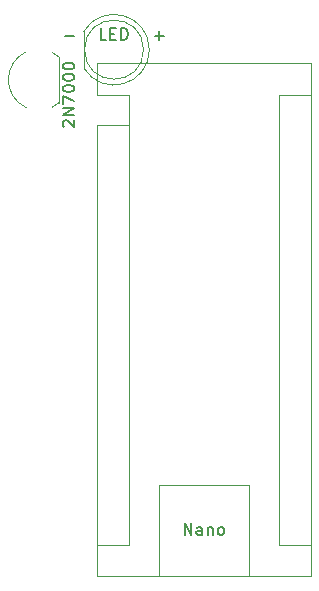
<source format=gto>
%TF.GenerationSoftware,KiCad,Pcbnew,(5.1.12)-1*%
%TF.CreationDate,2022-02-13T14:19:26+09:00*%
%TF.ProjectId,IRButton,49524275-7474-46f6-9e2e-6b696361645f,rev?*%
%TF.SameCoordinates,Original*%
%TF.FileFunction,Legend,Top*%
%TF.FilePolarity,Positive*%
%FSLAX46Y46*%
G04 Gerber Fmt 4.6, Leading zero omitted, Abs format (unit mm)*
G04 Created by KiCad (PCBNEW (5.1.12)-1) date 2022-02-13 14:19:26*
%MOMM*%
%LPD*%
G01*
G04 APERTURE LIST*
%ADD10C,0.150000*%
%ADD11C,0.120000*%
G04 APERTURE END LIST*
D10*
X49149047Y-77541428D02*
X49910952Y-77541428D01*
X56769047Y-77541428D02*
X57530952Y-77541428D01*
X57150000Y-77922380D02*
X57150000Y-77160476D01*
D11*
X64770000Y-115570000D02*
X64770000Y-123190000D01*
X57150000Y-115570000D02*
X64770000Y-115570000D01*
X57150000Y-123190000D02*
X57150000Y-115570000D01*
%TO.C,Nano*%
X69980000Y-79880000D02*
X51940000Y-79880000D01*
X69980000Y-123320000D02*
X69980000Y-79880000D01*
X51940000Y-123320000D02*
X69980000Y-123320000D01*
X54610000Y-120650000D02*
X51940000Y-120650000D01*
X54610000Y-85090000D02*
X54610000Y-120650000D01*
X54610000Y-85090000D02*
X51940000Y-85090000D01*
X67310000Y-120650000D02*
X69980000Y-120650000D01*
X67310000Y-82550000D02*
X67310000Y-120650000D01*
X67310000Y-82550000D02*
X69980000Y-82550000D01*
X51940000Y-79880000D02*
X51940000Y-82550000D01*
X51940000Y-85090000D02*
X51940000Y-123320000D01*
X54610000Y-82550000D02*
X51940000Y-82550000D01*
X54610000Y-85090000D02*
X54610000Y-82550000D01*
%TO.C,LED*%
X55840000Y-78740000D02*
G75*
G03*
X55840000Y-78740000I-2500000J0D01*
G01*
X50780000Y-77195000D02*
X50780000Y-80285000D01*
X56330000Y-78740462D02*
G75*
G03*
X50780000Y-77195170I-2990000J462D01*
G01*
X56330000Y-78739538D02*
G75*
G02*
X50780000Y-80284830I-2990000J-462D01*
G01*
%TO.C,2N7000*%
X48690000Y-83220000D02*
X48690000Y-79370000D01*
X48112045Y-83602631D02*
G75*
G03*
X48690000Y-83220000I-1122045J2322631D01*
G01*
X45891193Y-83636400D02*
G75*
G02*
X44390000Y-81280000I1098807J2356400D01*
G01*
X45891193Y-78923600D02*
G75*
G03*
X44390000Y-81280000I1098807J-2356400D01*
G01*
X48102264Y-78977617D02*
G75*
G02*
X48690000Y-79370000I-1112264J-2302383D01*
G01*
%TO.C,Nano*%
D10*
X59317142Y-119832380D02*
X59317142Y-118832380D01*
X59888571Y-119832380D01*
X59888571Y-118832380D01*
X60793333Y-119832380D02*
X60793333Y-119308571D01*
X60745714Y-119213333D01*
X60650476Y-119165714D01*
X60460000Y-119165714D01*
X60364761Y-119213333D01*
X60793333Y-119784761D02*
X60698095Y-119832380D01*
X60460000Y-119832380D01*
X60364761Y-119784761D01*
X60317142Y-119689523D01*
X60317142Y-119594285D01*
X60364761Y-119499047D01*
X60460000Y-119451428D01*
X60698095Y-119451428D01*
X60793333Y-119403809D01*
X61269523Y-119165714D02*
X61269523Y-119832380D01*
X61269523Y-119260952D02*
X61317142Y-119213333D01*
X61412380Y-119165714D01*
X61555238Y-119165714D01*
X61650476Y-119213333D01*
X61698095Y-119308571D01*
X61698095Y-119832380D01*
X62317142Y-119832380D02*
X62221904Y-119784761D01*
X62174285Y-119737142D01*
X62126666Y-119641904D01*
X62126666Y-119356190D01*
X62174285Y-119260952D01*
X62221904Y-119213333D01*
X62317142Y-119165714D01*
X62460000Y-119165714D01*
X62555238Y-119213333D01*
X62602857Y-119260952D01*
X62650476Y-119356190D01*
X62650476Y-119641904D01*
X62602857Y-119737142D01*
X62555238Y-119784761D01*
X62460000Y-119832380D01*
X62317142Y-119832380D01*
%TO.C,LED*%
X52697142Y-77922380D02*
X52220952Y-77922380D01*
X52220952Y-76922380D01*
X53030476Y-77398571D02*
X53363809Y-77398571D01*
X53506666Y-77922380D02*
X53030476Y-77922380D01*
X53030476Y-76922380D01*
X53506666Y-76922380D01*
X53935238Y-77922380D02*
X53935238Y-76922380D01*
X54173333Y-76922380D01*
X54316190Y-76970000D01*
X54411428Y-77065238D01*
X54459047Y-77160476D01*
X54506666Y-77350952D01*
X54506666Y-77493809D01*
X54459047Y-77684285D01*
X54411428Y-77779523D01*
X54316190Y-77874761D01*
X54173333Y-77922380D01*
X53935238Y-77922380D01*
%TO.C,2N7000*%
X49077619Y-85264285D02*
X49030000Y-85216666D01*
X48982380Y-85121428D01*
X48982380Y-84883333D01*
X49030000Y-84788095D01*
X49077619Y-84740476D01*
X49172857Y-84692857D01*
X49268095Y-84692857D01*
X49410952Y-84740476D01*
X49982380Y-85311904D01*
X49982380Y-84692857D01*
X49982380Y-84264285D02*
X48982380Y-84264285D01*
X49982380Y-83692857D01*
X48982380Y-83692857D01*
X48982380Y-83311904D02*
X48982380Y-82645238D01*
X49982380Y-83073809D01*
X48982380Y-82073809D02*
X48982380Y-81978571D01*
X49030000Y-81883333D01*
X49077619Y-81835714D01*
X49172857Y-81788095D01*
X49363333Y-81740476D01*
X49601428Y-81740476D01*
X49791904Y-81788095D01*
X49887142Y-81835714D01*
X49934761Y-81883333D01*
X49982380Y-81978571D01*
X49982380Y-82073809D01*
X49934761Y-82169047D01*
X49887142Y-82216666D01*
X49791904Y-82264285D01*
X49601428Y-82311904D01*
X49363333Y-82311904D01*
X49172857Y-82264285D01*
X49077619Y-82216666D01*
X49030000Y-82169047D01*
X48982380Y-82073809D01*
X48982380Y-81121428D02*
X48982380Y-81026190D01*
X49030000Y-80930952D01*
X49077619Y-80883333D01*
X49172857Y-80835714D01*
X49363333Y-80788095D01*
X49601428Y-80788095D01*
X49791904Y-80835714D01*
X49887142Y-80883333D01*
X49934761Y-80930952D01*
X49982380Y-81026190D01*
X49982380Y-81121428D01*
X49934761Y-81216666D01*
X49887142Y-81264285D01*
X49791904Y-81311904D01*
X49601428Y-81359523D01*
X49363333Y-81359523D01*
X49172857Y-81311904D01*
X49077619Y-81264285D01*
X49030000Y-81216666D01*
X48982380Y-81121428D01*
X48982380Y-80169047D02*
X48982380Y-80073809D01*
X49030000Y-79978571D01*
X49077619Y-79930952D01*
X49172857Y-79883333D01*
X49363333Y-79835714D01*
X49601428Y-79835714D01*
X49791904Y-79883333D01*
X49887142Y-79930952D01*
X49934761Y-79978571D01*
X49982380Y-80073809D01*
X49982380Y-80169047D01*
X49934761Y-80264285D01*
X49887142Y-80311904D01*
X49791904Y-80359523D01*
X49601428Y-80407142D01*
X49363333Y-80407142D01*
X49172857Y-80359523D01*
X49077619Y-80311904D01*
X49030000Y-80264285D01*
X48982380Y-80169047D01*
%TD*%
M02*

</source>
